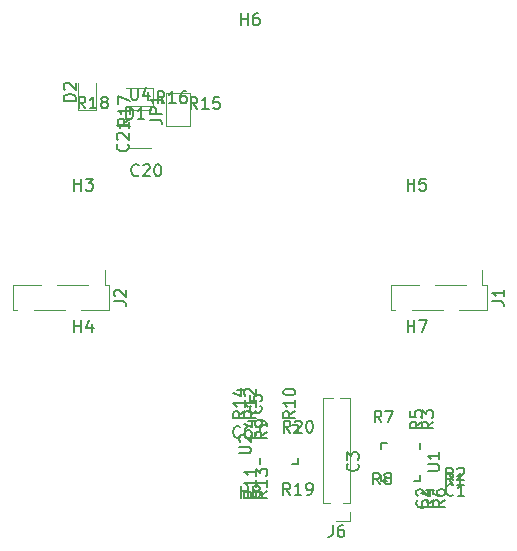
<source format=gbr>
G04 #@! TF.GenerationSoftware,KiCad,Pcbnew,5.1.5-52549c5~84~ubuntu18.04.1*
G04 #@! TF.CreationDate,2019-12-03T21:09:54-05:00*
G04 #@! TF.ProjectId,SwarmBot,53776172-6d42-46f7-942e-6b696361645f,rev?*
G04 #@! TF.SameCoordinates,Original*
G04 #@! TF.FileFunction,Legend,Top*
G04 #@! TF.FilePolarity,Positive*
%FSLAX46Y46*%
G04 Gerber Fmt 4.6, Leading zero omitted, Abs format (unit mm)*
G04 Created by KiCad (PCBNEW 5.1.5-52549c5~84~ubuntu18.04.1) date 2019-12-03 21:09:54*
%MOMM*%
%LPD*%
G04 APERTURE LIST*
%ADD10C,0.120000*%
%ADD11C,0.150000*%
G04 APERTURE END LIST*
D10*
X14315000Y1060000D02*
X11940000Y1060000D01*
X18315000Y1060000D02*
X15685000Y1060000D01*
X16315000Y-1060000D02*
X13685000Y-1060000D01*
X12315000Y-1060000D02*
X11940000Y-1060000D01*
X20060000Y1060000D02*
X19685000Y1060000D01*
X19685000Y1060000D02*
X19685000Y2290000D01*
X20060000Y-1060000D02*
X17685000Y-1060000D01*
X11940000Y1060000D02*
X11940000Y-1060000D01*
X20060000Y1060000D02*
X20060000Y-1060000D01*
X-17685000Y1060000D02*
X-20060000Y1060000D01*
X-13685000Y1060000D02*
X-16315000Y1060000D01*
X-15685000Y-1060000D02*
X-18315000Y-1060000D01*
X-19685000Y-1060000D02*
X-20060000Y-1060000D01*
X-11940000Y1060000D02*
X-12315000Y1060000D01*
X-12315000Y1060000D02*
X-12315000Y2290000D01*
X-11940000Y-1060000D02*
X-14315000Y-1060000D01*
X-20060000Y1060000D02*
X-20060000Y-1060000D01*
X-11940000Y1060000D02*
X-11940000Y-1060000D01*
D11*
X844160Y-10821120D02*
X844160Y-11321120D01*
X4094160Y-10821120D02*
X4094160Y-11321120D01*
X4094160Y-14071120D02*
X4094160Y-13571120D01*
X844160Y-14071120D02*
X844160Y-13571120D01*
X4094160Y-10821120D02*
X3594160Y-10821120D01*
X4094160Y-14071120D02*
X3594160Y-14071120D01*
X844160Y-10821120D02*
X1344160Y-10821120D01*
X14359880Y-15560360D02*
X14359880Y-15060360D01*
X11109880Y-15560360D02*
X11109880Y-15060360D01*
X11109880Y-12310360D02*
X11109880Y-12810360D01*
X14359880Y-12310360D02*
X14359880Y-12810360D01*
X11109880Y-15560360D02*
X11609880Y-15560360D01*
X11109880Y-12310360D02*
X11609880Y-12310360D01*
X14359880Y-15560360D02*
X13859880Y-15560360D01*
D10*
X-8407000Y15907700D02*
X-10857000Y15907700D01*
X-10207000Y12687700D02*
X-8407000Y12687700D01*
X-7114400Y14472700D02*
X-7114400Y17272700D01*
X-7114400Y17272700D02*
X-5114400Y17272700D01*
X-5114400Y17272700D02*
X-5114400Y14472700D01*
X-5114400Y14472700D02*
X-7114400Y14472700D01*
X-13050200Y15901300D02*
X-13050200Y18186300D01*
X-14520200Y15901300D02*
X-13050200Y15901300D01*
X-14520200Y18186300D02*
X-14520200Y15901300D01*
X-8236200Y17702200D02*
X-10521200Y17702200D01*
X-8236200Y16232200D02*
X-8236200Y17702200D01*
X-10521200Y16232200D02*
X-8236200Y16232200D01*
X8432200Y-18895600D02*
X7322200Y-18895600D01*
X8432200Y-18135600D02*
X8432200Y-18895600D01*
X6758729Y-17375600D02*
X6212200Y-17375600D01*
X8432200Y-17375600D02*
X7885671Y-17375600D01*
X6212200Y-17375600D02*
X6212200Y-8550600D01*
X8432200Y-17375600D02*
X8432200Y-8550600D01*
X7014670Y-8550600D02*
X6212200Y-8550600D01*
X8432200Y-8550600D02*
X7629730Y-8550600D01*
D11*
X20512380Y-333333D02*
X21226666Y-333333D01*
X21369523Y-380952D01*
X21464761Y-476190D01*
X21512380Y-619047D01*
X21512380Y-714285D01*
X21512380Y666666D02*
X21512380Y95238D01*
X21512380Y380952D02*
X20512380Y380952D01*
X20655238Y285714D01*
X20750476Y190476D01*
X20798095Y95238D01*
X-11487619Y-333333D02*
X-10773333Y-333333D01*
X-10630476Y-380952D01*
X-10535238Y-476190D01*
X-10487619Y-619047D01*
X-10487619Y-714285D01*
X-11392380Y95238D02*
X-11440000Y142857D01*
X-11487619Y238095D01*
X-11487619Y476190D01*
X-11440000Y571428D01*
X-11392380Y619047D01*
X-11297142Y666666D01*
X-11201904Y666666D01*
X-11059047Y619047D01*
X-10487619Y47619D01*
X-10487619Y666666D01*
X-928459Y-13208024D02*
X-118935Y-13208024D01*
X-23697Y-13160405D01*
X23921Y-13112786D01*
X71540Y-13017548D01*
X71540Y-12827072D01*
X23921Y-12731834D01*
X-23697Y-12684215D01*
X-118935Y-12636596D01*
X-928459Y-12636596D01*
X-833220Y-12208024D02*
X-880840Y-12160405D01*
X-928459Y-12065167D01*
X-928459Y-11827072D01*
X-880840Y-11731834D01*
X-833220Y-11684215D01*
X-737982Y-11636596D01*
X-642744Y-11636596D01*
X-499887Y-11684215D01*
X71540Y-12255643D01*
X71540Y-11636596D01*
X15037260Y-14697264D02*
X15846784Y-14697264D01*
X15942022Y-14649645D01*
X15989641Y-14602026D01*
X16037260Y-14506788D01*
X16037260Y-14316312D01*
X15989641Y-14221074D01*
X15942022Y-14173455D01*
X15846784Y-14125836D01*
X15037260Y-14125836D01*
X16037260Y-13125836D02*
X16037260Y-13697264D01*
X16037260Y-13411550D02*
X15037260Y-13411550D01*
X15180118Y-13506788D01*
X15275356Y-13602026D01*
X15322975Y-13697264D01*
X3422142Y-11442380D02*
X3088809Y-10966190D01*
X2850714Y-11442380D02*
X2850714Y-10442380D01*
X3231666Y-10442380D01*
X3326904Y-10490000D01*
X3374523Y-10537619D01*
X3422142Y-10632857D01*
X3422142Y-10775714D01*
X3374523Y-10870952D01*
X3326904Y-10918571D01*
X3231666Y-10966190D01*
X2850714Y-10966190D01*
X3803095Y-10537619D02*
X3850714Y-10490000D01*
X3945952Y-10442380D01*
X4184047Y-10442380D01*
X4279285Y-10490000D01*
X4326904Y-10537619D01*
X4374523Y-10632857D01*
X4374523Y-10728095D01*
X4326904Y-10870952D01*
X3755476Y-11442380D01*
X4374523Y-11442380D01*
X4993571Y-10442380D02*
X5088809Y-10442380D01*
X5184047Y-10490000D01*
X5231666Y-10537619D01*
X5279285Y-10632857D01*
X5326904Y-10823333D01*
X5326904Y-11061428D01*
X5279285Y-11251904D01*
X5231666Y-11347142D01*
X5184047Y-11394761D01*
X5088809Y-11442380D01*
X4993571Y-11442380D01*
X4898333Y-11394761D01*
X4850714Y-11347142D01*
X4803095Y-11251904D01*
X4755476Y-11061428D01*
X4755476Y-10823333D01*
X4803095Y-10632857D01*
X4850714Y-10537619D01*
X4898333Y-10490000D01*
X4993571Y-10442380D01*
X3407142Y-16712380D02*
X3073809Y-16236190D01*
X2835714Y-16712380D02*
X2835714Y-15712380D01*
X3216666Y-15712380D01*
X3311904Y-15760000D01*
X3359523Y-15807619D01*
X3407142Y-15902857D01*
X3407142Y-16045714D01*
X3359523Y-16140952D01*
X3311904Y-16188571D01*
X3216666Y-16236190D01*
X2835714Y-16236190D01*
X4359523Y-16712380D02*
X3788095Y-16712380D01*
X4073809Y-16712380D02*
X4073809Y-15712380D01*
X3978571Y-15855238D01*
X3883333Y-15950476D01*
X3788095Y-15998095D01*
X4835714Y-16712380D02*
X5026190Y-16712380D01*
X5121428Y-16664761D01*
X5169047Y-16617142D01*
X5264285Y-16474285D01*
X5311904Y-16283809D01*
X5311904Y-15902857D01*
X5264285Y-15807619D01*
X5216666Y-15760000D01*
X5121428Y-15712380D01*
X4930952Y-15712380D01*
X4835714Y-15760000D01*
X4788095Y-15807619D01*
X4740476Y-15902857D01*
X4740476Y-16140952D01*
X4788095Y-16236190D01*
X4835714Y-16283809D01*
X4930952Y-16331428D01*
X5121428Y-16331428D01*
X5216666Y-16283809D01*
X5264285Y-16236190D01*
X5311904Y-16140952D01*
X-417619Y-9647857D02*
X-893809Y-9981190D01*
X-417619Y-10219285D02*
X-1417619Y-10219285D01*
X-1417619Y-9838333D01*
X-1370000Y-9743095D01*
X-1322380Y-9695476D01*
X-1227142Y-9647857D01*
X-1084285Y-9647857D01*
X-989047Y-9695476D01*
X-941428Y-9743095D01*
X-893809Y-9838333D01*
X-893809Y-10219285D01*
X-417619Y-8695476D02*
X-417619Y-9266904D01*
X-417619Y-8981190D02*
X-1417619Y-8981190D01*
X-1274761Y-9076428D01*
X-1179523Y-9171666D01*
X-1131904Y-9266904D01*
X-1084285Y-7838333D02*
X-417619Y-7838333D01*
X-1465238Y-8076428D02*
X-750952Y-8314523D01*
X-750952Y-7695476D01*
X1471720Y-16405657D02*
X995530Y-16738990D01*
X1471720Y-16977085D02*
X471720Y-16977085D01*
X471720Y-16596133D01*
X519339Y-16500895D01*
X566959Y-16453276D01*
X662197Y-16405657D01*
X805054Y-16405657D01*
X900292Y-16453276D01*
X947911Y-16500895D01*
X995530Y-16596133D01*
X995530Y-16977085D01*
X1471720Y-15453276D02*
X1471720Y-16024704D01*
X1471720Y-15738990D02*
X471720Y-15738990D01*
X614578Y-15834228D01*
X709816Y-15929466D01*
X757435Y-16024704D01*
X471720Y-15119942D02*
X471720Y-14500895D01*
X852673Y-14834228D01*
X852673Y-14691371D01*
X900292Y-14596133D01*
X947911Y-14548514D01*
X1043149Y-14500895D01*
X1281244Y-14500895D01*
X1376482Y-14548514D01*
X1424101Y-14596133D01*
X1471720Y-14691371D01*
X1471720Y-14977085D01*
X1424101Y-15072323D01*
X1376482Y-15119942D01*
X522380Y-9642857D02*
X46190Y-9976190D01*
X522380Y-10214285D02*
X-477619Y-10214285D01*
X-477619Y-9833333D01*
X-430000Y-9738095D01*
X-382380Y-9690476D01*
X-287142Y-9642857D01*
X-144285Y-9642857D01*
X-49047Y-9690476D01*
X-1428Y-9738095D01*
X46190Y-9833333D01*
X46190Y-10214285D01*
X522380Y-8690476D02*
X522380Y-9261904D01*
X522380Y-8976190D02*
X-477619Y-8976190D01*
X-334761Y-9071428D01*
X-239523Y-9166666D01*
X-191904Y-9261904D01*
X-382380Y-8309523D02*
X-429999Y-8261904D01*
X-477619Y-8166666D01*
X-477619Y-7928571D01*
X-429999Y-7833333D01*
X-382380Y-7785714D01*
X-287142Y-7738095D01*
X-191904Y-7738095D01*
X-49047Y-7785714D01*
X522380Y-8357142D01*
X522380Y-7738095D01*
X532380Y-16397857D02*
X56190Y-16731190D01*
X532380Y-16969285D02*
X-467619Y-16969285D01*
X-467619Y-16588333D01*
X-420000Y-16493095D01*
X-372380Y-16445476D01*
X-277142Y-16397857D01*
X-134285Y-16397857D01*
X-39047Y-16445476D01*
X8571Y-16493095D01*
X56190Y-16588333D01*
X56190Y-16969285D01*
X532380Y-15445476D02*
X532380Y-16016904D01*
X532380Y-15731190D02*
X-467619Y-15731190D01*
X-324761Y-15826428D01*
X-229523Y-15921666D01*
X-181904Y-16016904D01*
X532380Y-14493095D02*
X532380Y-15064523D01*
X532380Y-14778809D02*
X-467619Y-14778809D01*
X-324761Y-14874047D01*
X-229523Y-14969285D01*
X-181904Y-15064523D01*
X3822380Y-9637857D02*
X3346190Y-9971190D01*
X3822380Y-10209285D02*
X2822380Y-10209285D01*
X2822380Y-9828333D01*
X2870000Y-9733095D01*
X2917619Y-9685476D01*
X3012857Y-9637857D01*
X3155714Y-9637857D01*
X3250952Y-9685476D01*
X3298571Y-9733095D01*
X3346190Y-9828333D01*
X3346190Y-10209285D01*
X3822380Y-8685476D02*
X3822380Y-9256904D01*
X3822380Y-8971190D02*
X2822380Y-8971190D01*
X2965238Y-9066428D01*
X3060476Y-9161666D01*
X3108095Y-9256904D01*
X2822380Y-8066428D02*
X2822380Y-7971190D01*
X2870000Y-7875952D01*
X2917619Y-7828333D01*
X3012857Y-7780714D01*
X3203333Y-7733095D01*
X3441428Y-7733095D01*
X3631904Y-7780714D01*
X3727142Y-7828333D01*
X3774761Y-7875952D01*
X3822380Y-7971190D01*
X3822380Y-8066428D01*
X3774761Y-8161666D01*
X3727142Y-8209285D01*
X3631904Y-8256904D01*
X3441428Y-8304523D01*
X3203333Y-8304523D01*
X3012857Y-8256904D01*
X2917619Y-8209285D01*
X2870000Y-8161666D01*
X2822380Y-8066428D01*
X1442380Y-11361666D02*
X966190Y-11695000D01*
X1442380Y-11933095D02*
X442380Y-11933095D01*
X442380Y-11552142D01*
X490000Y-11456904D01*
X537619Y-11409285D01*
X632857Y-11361666D01*
X775714Y-11361666D01*
X870952Y-11409285D01*
X918571Y-11456904D01*
X966190Y-11552142D01*
X966190Y-11933095D01*
X1442380Y-10885476D02*
X1442380Y-10695000D01*
X1394761Y-10599761D01*
X1347142Y-10552142D01*
X1204285Y-10456904D01*
X1013809Y-10409285D01*
X632857Y-10409285D01*
X537619Y-10456904D01*
X490000Y-10504523D01*
X442380Y-10599761D01*
X442380Y-10790238D01*
X490000Y-10885476D01*
X537619Y-10933095D01*
X632857Y-10980714D01*
X870952Y-10980714D01*
X966190Y-10933095D01*
X1013809Y-10885476D01*
X1061428Y-10790238D01*
X1061428Y-10599761D01*
X1013809Y-10504523D01*
X966190Y-10456904D01*
X870952Y-10409285D01*
X11001573Y-15838100D02*
X10668240Y-15361910D01*
X10430144Y-15838100D02*
X10430144Y-14838100D01*
X10811097Y-14838100D01*
X10906335Y-14885720D01*
X10953954Y-14933339D01*
X11001573Y-15028577D01*
X11001573Y-15171434D01*
X10953954Y-15266672D01*
X10906335Y-15314291D01*
X10811097Y-15361910D01*
X10430144Y-15361910D01*
X11573001Y-15266672D02*
X11477763Y-15219053D01*
X11430144Y-15171434D01*
X11382525Y-15076196D01*
X11382525Y-15028577D01*
X11430144Y-14933339D01*
X11477763Y-14885720D01*
X11573001Y-14838100D01*
X11763478Y-14838100D01*
X11858716Y-14885720D01*
X11906335Y-14933339D01*
X11953954Y-15028577D01*
X11953954Y-15076196D01*
X11906335Y-15171434D01*
X11858716Y-15219053D01*
X11763478Y-15266672D01*
X11573001Y-15266672D01*
X11477763Y-15314291D01*
X11430144Y-15361910D01*
X11382525Y-15457148D01*
X11382525Y-15647624D01*
X11430144Y-15742862D01*
X11477763Y-15790481D01*
X11573001Y-15838100D01*
X11763478Y-15838100D01*
X11858716Y-15790481D01*
X11906335Y-15742862D01*
X11953954Y-15647624D01*
X11953954Y-15457148D01*
X11906335Y-15361910D01*
X11858716Y-15314291D01*
X11763478Y-15266672D01*
X11133933Y-10590460D02*
X10800600Y-10114270D01*
X10562504Y-10590460D02*
X10562504Y-9590460D01*
X10943457Y-9590460D01*
X11038695Y-9638080D01*
X11086314Y-9685699D01*
X11133933Y-9780937D01*
X11133933Y-9923794D01*
X11086314Y-10019032D01*
X11038695Y-10066651D01*
X10943457Y-10114270D01*
X10562504Y-10114270D01*
X11467266Y-9590460D02*
X12133933Y-9590460D01*
X11705361Y-10590460D01*
X16491540Y-17191426D02*
X16015350Y-17524760D01*
X16491540Y-17762855D02*
X15491540Y-17762855D01*
X15491540Y-17381902D01*
X15539160Y-17286664D01*
X15586779Y-17239045D01*
X15682017Y-17191426D01*
X15824874Y-17191426D01*
X15920112Y-17239045D01*
X15967731Y-17286664D01*
X16015350Y-17381902D01*
X16015350Y-17762855D01*
X15491540Y-16334283D02*
X15491540Y-16524760D01*
X15539160Y-16619998D01*
X15586779Y-16667617D01*
X15729636Y-16762855D01*
X15920112Y-16810474D01*
X16301064Y-16810474D01*
X16396302Y-16762855D01*
X16443921Y-16715236D01*
X16491540Y-16619998D01*
X16491540Y-16429521D01*
X16443921Y-16334283D01*
X16396302Y-16286664D01*
X16301064Y-16239045D01*
X16062969Y-16239045D01*
X15967731Y-16286664D01*
X15920112Y-16334283D01*
X15872493Y-16429521D01*
X15872493Y-16619998D01*
X15920112Y-16715236D01*
X15967731Y-16762855D01*
X16062969Y-16810474D01*
X14561140Y-10511946D02*
X14084950Y-10845280D01*
X14561140Y-11083375D02*
X13561140Y-11083375D01*
X13561140Y-10702422D01*
X13608760Y-10607184D01*
X13656379Y-10559565D01*
X13751617Y-10511946D01*
X13894474Y-10511946D01*
X13989712Y-10559565D01*
X14037331Y-10607184D01*
X14084950Y-10702422D01*
X14084950Y-11083375D01*
X13561140Y-9607184D02*
X13561140Y-10083375D01*
X14037331Y-10130994D01*
X13989712Y-10083375D01*
X13942093Y-9988137D01*
X13942093Y-9750041D01*
X13989712Y-9654803D01*
X14037331Y-9607184D01*
X14132569Y-9559565D01*
X14370664Y-9559565D01*
X14465902Y-9607184D01*
X14513521Y-9654803D01*
X14561140Y-9750041D01*
X14561140Y-9988137D01*
X14513521Y-10083375D01*
X14465902Y-10130994D01*
X15546660Y-17192426D02*
X15070470Y-17525760D01*
X15546660Y-17763855D02*
X14546660Y-17763855D01*
X14546660Y-17382902D01*
X14594280Y-17287664D01*
X14641899Y-17240045D01*
X14737137Y-17192426D01*
X14879994Y-17192426D01*
X14975232Y-17240045D01*
X15022851Y-17287664D01*
X15070470Y-17382902D01*
X15070470Y-17763855D01*
X14879994Y-16335283D02*
X15546660Y-16335283D01*
X14499041Y-16573379D02*
X15213327Y-16811474D01*
X15213327Y-16192426D01*
X15526340Y-10511946D02*
X15050150Y-10845280D01*
X15526340Y-11083375D02*
X14526340Y-11083375D01*
X14526340Y-10702422D01*
X14573960Y-10607184D01*
X14621579Y-10559565D01*
X14716817Y-10511946D01*
X14859674Y-10511946D01*
X14954912Y-10559565D01*
X15002531Y-10607184D01*
X15050150Y-10702422D01*
X15050150Y-11083375D01*
X14526340Y-10178613D02*
X14526340Y-9559565D01*
X14907293Y-9892899D01*
X14907293Y-9750041D01*
X14954912Y-9654803D01*
X15002531Y-9607184D01*
X15097769Y-9559565D01*
X15335864Y-9559565D01*
X15431102Y-9607184D01*
X15478721Y-9654803D01*
X15526340Y-9750041D01*
X15526340Y-10035756D01*
X15478721Y-10130994D01*
X15431102Y-10178613D01*
X17178853Y-15421540D02*
X16845520Y-14945350D01*
X16607424Y-15421540D02*
X16607424Y-14421540D01*
X16988377Y-14421540D01*
X17083615Y-14469160D01*
X17131234Y-14516779D01*
X17178853Y-14612017D01*
X17178853Y-14754874D01*
X17131234Y-14850112D01*
X17083615Y-14897731D01*
X16988377Y-14945350D01*
X16607424Y-14945350D01*
X17559805Y-14516779D02*
X17607424Y-14469160D01*
X17702662Y-14421540D01*
X17940758Y-14421540D01*
X18035996Y-14469160D01*
X18083615Y-14516779D01*
X18131234Y-14612017D01*
X18131234Y-14707255D01*
X18083615Y-14850112D01*
X17512186Y-15421540D01*
X18131234Y-15421540D01*
X17153733Y-15866700D02*
X16820400Y-15390510D01*
X16582304Y-15866700D02*
X16582304Y-14866700D01*
X16963257Y-14866700D01*
X17058495Y-14914320D01*
X17106114Y-14961939D01*
X17153733Y-15057177D01*
X17153733Y-15200034D01*
X17106114Y-15295272D01*
X17058495Y-15342891D01*
X16963257Y-15390510D01*
X16582304Y-15390510D01*
X18106114Y-15866700D02*
X17534685Y-15866700D01*
X17820400Y-15866700D02*
X17820400Y-14866700D01*
X17725161Y-15009558D01*
X17629923Y-15104796D01*
X17534685Y-15152415D01*
X-806666Y-11787142D02*
X-854285Y-11834761D01*
X-997142Y-11882380D01*
X-1092380Y-11882380D01*
X-1235238Y-11834761D01*
X-1330476Y-11739523D01*
X-1378095Y-11644285D01*
X-1425714Y-11453809D01*
X-1425714Y-11310952D01*
X-1378095Y-11120476D01*
X-1330476Y-11025238D01*
X-1235238Y-10930000D01*
X-1092380Y-10882380D01*
X-997142Y-10882380D01*
X-854285Y-10930000D01*
X-806666Y-10977619D01*
X50476Y-10882380D02*
X-140000Y-10882380D01*
X-235238Y-10930000D01*
X-282857Y-10977619D01*
X-378095Y-11120476D01*
X-425714Y-11310952D01*
X-425714Y-11691904D01*
X-378095Y-11787142D01*
X-330476Y-11834761D01*
X-235238Y-11882380D01*
X-44761Y-11882380D01*
X50476Y-11834761D01*
X98095Y-11787142D01*
X145714Y-11691904D01*
X145714Y-11453809D01*
X98095Y-11358571D01*
X50476Y-11310952D01*
X-44761Y-11263333D01*
X-235238Y-11263333D01*
X-330476Y-11310952D01*
X-378095Y-11358571D01*
X-425714Y-11453809D01*
X887142Y-9176666D02*
X934761Y-9224285D01*
X982380Y-9367142D01*
X982380Y-9462380D01*
X934761Y-9605238D01*
X839523Y-9700476D01*
X744285Y-9748095D01*
X553809Y-9795714D01*
X410952Y-9795714D01*
X220476Y-9748095D01*
X125238Y-9700476D01*
X29999Y-9605238D01*
X-17619Y-9462380D01*
X-17619Y-9367142D01*
X30000Y-9224285D01*
X77619Y-9176666D01*
X-17619Y-8271904D02*
X-17619Y-8748095D01*
X458571Y-8795714D01*
X410952Y-8748095D01*
X363333Y-8652857D01*
X363333Y-8414761D01*
X410952Y-8319523D01*
X458571Y-8271904D01*
X553809Y-8224285D01*
X791904Y-8224285D01*
X887142Y-8271904D01*
X934761Y-8319523D01*
X982380Y-8414761D01*
X982380Y-8652857D01*
X934761Y-8748095D01*
X887142Y-8795714D01*
X407142Y-11361666D02*
X454761Y-11409285D01*
X502380Y-11552142D01*
X502380Y-11647380D01*
X454761Y-11790238D01*
X359523Y-11885476D01*
X264285Y-11933095D01*
X73809Y-11980714D01*
X-69047Y-11980714D01*
X-259523Y-11933095D01*
X-354761Y-11885476D01*
X-450000Y-11790238D01*
X-497619Y-11647380D01*
X-497619Y-11552142D01*
X-450000Y-11409285D01*
X-402380Y-11361666D01*
X-164285Y-10504523D02*
X502380Y-10504523D01*
X-545238Y-10742619D02*
X169047Y-10980714D01*
X169047Y-10361666D01*
X9108382Y-14083186D02*
X9156001Y-14130805D01*
X9203620Y-14273662D01*
X9203620Y-14368900D01*
X9156001Y-14511758D01*
X9060763Y-14606996D01*
X8965525Y-14654615D01*
X8775049Y-14702234D01*
X8632192Y-14702234D01*
X8441716Y-14654615D01*
X8346478Y-14606996D01*
X8251240Y-14511758D01*
X8203620Y-14368900D01*
X8203620Y-14273662D01*
X8251240Y-14130805D01*
X8298859Y-14083186D01*
X8203620Y-13749853D02*
X8203620Y-13130805D01*
X8584573Y-13464139D01*
X8584573Y-13321281D01*
X8632192Y-13226043D01*
X8679811Y-13178424D01*
X8775049Y-13130805D01*
X9013144Y-13130805D01*
X9108382Y-13178424D01*
X9156001Y-13226043D01*
X9203620Y-13321281D01*
X9203620Y-13606996D01*
X9156001Y-13702234D01*
X9108382Y-13749853D01*
X15001182Y-17187066D02*
X15048801Y-17234685D01*
X15096420Y-17377542D01*
X15096420Y-17472780D01*
X15048801Y-17615638D01*
X14953563Y-17710876D01*
X14858325Y-17758495D01*
X14667849Y-17806114D01*
X14524992Y-17806114D01*
X14334516Y-17758495D01*
X14239278Y-17710876D01*
X14144040Y-17615638D01*
X14096420Y-17472780D01*
X14096420Y-17377542D01*
X14144040Y-17234685D01*
X14191659Y-17187066D01*
X14191659Y-16806114D02*
X14144040Y-16758495D01*
X14096420Y-16663257D01*
X14096420Y-16425161D01*
X14144040Y-16329923D01*
X14191659Y-16282304D01*
X14286897Y-16234685D01*
X14382135Y-16234685D01*
X14524992Y-16282304D01*
X15096420Y-16853733D01*
X15096420Y-16234685D01*
X17194093Y-16716342D02*
X17146474Y-16763961D01*
X17003617Y-16811580D01*
X16908379Y-16811580D01*
X16765521Y-16763961D01*
X16670283Y-16668723D01*
X16622664Y-16573485D01*
X16575045Y-16383009D01*
X16575045Y-16240152D01*
X16622664Y-16049676D01*
X16670283Y-15954438D01*
X16765521Y-15859200D01*
X16908379Y-15811580D01*
X17003617Y-15811580D01*
X17146474Y-15859200D01*
X17194093Y-15906819D01*
X18146474Y-16811580D02*
X17575045Y-16811580D01*
X17860760Y-16811580D02*
X17860760Y-15811580D01*
X17765521Y-15954438D01*
X17670283Y-16049676D01*
X17575045Y-16097295D01*
X-10068904Y17745319D02*
X-10068904Y16935795D01*
X-10021285Y16840557D01*
X-9973666Y16792938D01*
X-9878428Y16745319D01*
X-9687952Y16745319D01*
X-9592714Y16792938D01*
X-9545095Y16840557D01*
X-9497476Y16935795D01*
X-9497476Y17745319D01*
X-8592714Y17411985D02*
X-8592714Y16745319D01*
X-8830809Y17792938D02*
X-9068904Y17078652D01*
X-8449857Y17078652D01*
X-13945457Y15995719D02*
X-14278790Y16471909D01*
X-14516885Y15995719D02*
X-14516885Y16995719D01*
X-14135933Y16995719D01*
X-14040695Y16948100D01*
X-13993076Y16900480D01*
X-13945457Y16805242D01*
X-13945457Y16662385D01*
X-13993076Y16567147D01*
X-14040695Y16519528D01*
X-14135933Y16471909D01*
X-14516885Y16471909D01*
X-12993076Y15995719D02*
X-13564504Y15995719D01*
X-13278790Y15995719D02*
X-13278790Y16995719D01*
X-13374028Y16852861D01*
X-13469266Y16757623D01*
X-13564504Y16710004D01*
X-12421647Y16567147D02*
X-12516885Y16614766D01*
X-12564504Y16662385D01*
X-12612123Y16757623D01*
X-12612123Y16805242D01*
X-12564504Y16900480D01*
X-12516885Y16948100D01*
X-12421647Y16995719D01*
X-12231171Y16995719D01*
X-12135933Y16948100D01*
X-12088314Y16900480D01*
X-12040695Y16805242D01*
X-12040695Y16757623D01*
X-12088314Y16662385D01*
X-12135933Y16614766D01*
X-12231171Y16567147D01*
X-12421647Y16567147D01*
X-12516885Y16519528D01*
X-12564504Y16471909D01*
X-12612123Y16376671D01*
X-12612123Y16186195D01*
X-12564504Y16090957D01*
X-12516885Y16043338D01*
X-12421647Y15995719D01*
X-12231171Y15995719D01*
X-12135933Y16043338D01*
X-12088314Y16090957D01*
X-12040695Y16186195D01*
X-12040695Y16376671D01*
X-12088314Y16471909D01*
X-12135933Y16519528D01*
X-12231171Y16567147D01*
X-10181619Y15115442D02*
X-10657809Y14782109D01*
X-10181619Y14544014D02*
X-11181619Y14544014D01*
X-11181619Y14924966D01*
X-11134000Y15020204D01*
X-11086380Y15067823D01*
X-10991142Y15115442D01*
X-10848285Y15115442D01*
X-10753047Y15067823D01*
X-10705428Y15020204D01*
X-10657809Y14924966D01*
X-10657809Y14544014D01*
X-10181619Y16067823D02*
X-10181619Y15496395D01*
X-10181619Y15782109D02*
X-11181619Y15782109D01*
X-11038761Y15686871D01*
X-10943523Y15591633D01*
X-10895904Y15496395D01*
X-11181619Y16401157D02*
X-11181619Y17067823D01*
X-10181619Y16639252D01*
X-7239857Y16449719D02*
X-7573190Y16925909D01*
X-7811285Y16449719D02*
X-7811285Y17449719D01*
X-7430333Y17449719D01*
X-7335095Y17402100D01*
X-7287476Y17354480D01*
X-7239857Y17259242D01*
X-7239857Y17116385D01*
X-7287476Y17021147D01*
X-7335095Y16973528D01*
X-7430333Y16925909D01*
X-7811285Y16925909D01*
X-6287476Y16449719D02*
X-6858904Y16449719D01*
X-6573190Y16449719D02*
X-6573190Y17449719D01*
X-6668428Y17306861D01*
X-6763666Y17211623D01*
X-6858904Y17164004D01*
X-5430333Y17449719D02*
X-5620809Y17449719D01*
X-5716047Y17402100D01*
X-5763666Y17354480D01*
X-5858904Y17211623D01*
X-5906523Y17021147D01*
X-5906523Y16640195D01*
X-5858904Y16544957D01*
X-5811285Y16497338D01*
X-5716047Y16449719D01*
X-5525571Y16449719D01*
X-5430333Y16497338D01*
X-5382714Y16544957D01*
X-5335095Y16640195D01*
X-5335095Y16878290D01*
X-5382714Y16973528D01*
X-5430333Y17021147D01*
X-5525571Y17068766D01*
X-5716047Y17068766D01*
X-5811285Y17021147D01*
X-5858904Y16973528D01*
X-5906523Y16878290D01*
X-4458557Y15957619D02*
X-4791890Y16433809D01*
X-5029985Y15957619D02*
X-5029985Y16957619D01*
X-4649033Y16957619D01*
X-4553795Y16910000D01*
X-4506176Y16862380D01*
X-4458557Y16767142D01*
X-4458557Y16624285D01*
X-4506176Y16529047D01*
X-4553795Y16481428D01*
X-4649033Y16433809D01*
X-5029985Y16433809D01*
X-3506176Y15957619D02*
X-4077604Y15957619D01*
X-3791890Y15957619D02*
X-3791890Y16957619D01*
X-3887128Y16814761D01*
X-3982366Y16719523D01*
X-4077604Y16671904D01*
X-2601414Y16957619D02*
X-3077604Y16957619D01*
X-3125223Y16481428D01*
X-3077604Y16529047D01*
X-2982366Y16576666D01*
X-2744271Y16576666D01*
X-2649033Y16529047D01*
X-2601414Y16481428D01*
X-2553795Y16386190D01*
X-2553795Y16148095D01*
X-2601414Y16052857D01*
X-2649033Y16005238D01*
X-2744271Y15957619D01*
X-2982366Y15957619D01*
X-3077604Y16005238D01*
X-3125223Y16052857D01*
X-8462019Y15039366D02*
X-7747733Y15039366D01*
X-7604876Y14991747D01*
X-7509638Y14896509D01*
X-7462019Y14753652D01*
X-7462019Y14658414D01*
X-7462019Y15515557D02*
X-8462019Y15515557D01*
X-8462019Y15896509D01*
X-8414400Y15991747D01*
X-8366780Y16039366D01*
X-8271542Y16086985D01*
X-8128685Y16086985D01*
X-8033447Y16039366D01*
X-7985828Y15991747D01*
X-7938209Y15896509D01*
X-7938209Y15515557D01*
X-7462019Y17039366D02*
X-7462019Y16467938D01*
X-7462019Y16753652D02*
X-8462019Y16753652D01*
X-8319161Y16658414D01*
X-8223923Y16563176D01*
X-8176304Y16467938D01*
X-14762819Y16648204D02*
X-15762819Y16648204D01*
X-15762819Y16886300D01*
X-15715200Y17029157D01*
X-15619961Y17124395D01*
X-15524723Y17172014D01*
X-15334247Y17219633D01*
X-15191390Y17219633D01*
X-15000914Y17172014D01*
X-14905676Y17124395D01*
X-14810438Y17029157D01*
X-14762819Y16886300D01*
X-14762819Y16648204D01*
X-15667580Y17600585D02*
X-15715200Y17648204D01*
X-15762819Y17743442D01*
X-15762819Y17981538D01*
X-15715200Y18076776D01*
X-15667580Y18124395D01*
X-15572342Y18172014D01*
X-15477104Y18172014D01*
X-15334247Y18124395D01*
X-14762819Y17552966D01*
X-14762819Y18172014D01*
X-10459295Y15084819D02*
X-10459295Y16084819D01*
X-10221200Y16084819D01*
X-10078342Y16037200D01*
X-9983104Y15941961D01*
X-9935485Y15846723D01*
X-9887866Y15656247D01*
X-9887866Y15513390D01*
X-9935485Y15322914D01*
X-9983104Y15227676D01*
X-10078342Y15132438D01*
X-10221200Y15084819D01*
X-10459295Y15084819D01*
X-8935485Y15084819D02*
X-9506914Y15084819D01*
X-9221200Y15084819D02*
X-9221200Y16084819D01*
X-9316438Y15941961D01*
X-9411676Y15846723D01*
X-9506914Y15799104D01*
X-10365757Y12984242D02*
X-10318138Y12936623D01*
X-10270519Y12793766D01*
X-10270519Y12698528D01*
X-10318138Y12555671D01*
X-10413376Y12460433D01*
X-10508614Y12412814D01*
X-10699090Y12365195D01*
X-10841947Y12365195D01*
X-11032423Y12412814D01*
X-11127661Y12460433D01*
X-11222900Y12555671D01*
X-11270519Y12698528D01*
X-11270519Y12793766D01*
X-11222900Y12936623D01*
X-11175280Y12984242D01*
X-11175280Y13365195D02*
X-11222900Y13412814D01*
X-11270519Y13508052D01*
X-11270519Y13746147D01*
X-11222900Y13841385D01*
X-11175280Y13889004D01*
X-11080042Y13936623D01*
X-10984804Y13936623D01*
X-10841947Y13889004D01*
X-10270519Y13317576D01*
X-10270519Y13936623D01*
X-10270519Y14889004D02*
X-10270519Y14317576D01*
X-10270519Y14603290D02*
X-11270519Y14603290D01*
X-11127661Y14508052D01*
X-11032423Y14412814D01*
X-10984804Y14317576D01*
X-9424257Y10360057D02*
X-9471876Y10312438D01*
X-9614733Y10264819D01*
X-9709971Y10264819D01*
X-9852828Y10312438D01*
X-9948066Y10407676D01*
X-9995685Y10502914D01*
X-10043304Y10693390D01*
X-10043304Y10836247D01*
X-9995685Y11026723D01*
X-9948066Y11121961D01*
X-9852828Y11217200D01*
X-9709971Y11264819D01*
X-9614733Y11264819D01*
X-9471876Y11217200D01*
X-9424257Y11169580D01*
X-9043304Y11169580D02*
X-8995685Y11217200D01*
X-8900447Y11264819D01*
X-8662352Y11264819D01*
X-8567114Y11217200D01*
X-8519495Y11169580D01*
X-8471876Y11074342D01*
X-8471876Y10979104D01*
X-8519495Y10836247D01*
X-9090923Y10264819D01*
X-8471876Y10264819D01*
X-7852828Y11264819D02*
X-7757590Y11264819D01*
X-7662352Y11217200D01*
X-7614733Y11169580D01*
X-7567114Y11074342D01*
X-7519495Y10883866D01*
X-7519495Y10645771D01*
X-7567114Y10455295D01*
X-7614733Y10360057D01*
X-7662352Y10312438D01*
X-7757590Y10264819D01*
X-7852828Y10264819D01*
X-7948066Y10312438D01*
X-7995685Y10360057D01*
X-8043304Y10455295D01*
X-8090923Y10645771D01*
X-8090923Y10883866D01*
X-8043304Y11074342D01*
X-7995685Y11169580D01*
X-7948066Y11217200D01*
X-7852828Y11264819D01*
X6988866Y-19282980D02*
X6988866Y-19997266D01*
X6941247Y-20140123D01*
X6846009Y-20235361D01*
X6703152Y-20282980D01*
X6607914Y-20282980D01*
X7893628Y-19282980D02*
X7703152Y-19282980D01*
X7607914Y-19330600D01*
X7560295Y-19378219D01*
X7465057Y-19521076D01*
X7417438Y-19711552D01*
X7417438Y-20092504D01*
X7465057Y-20187742D01*
X7512676Y-20235361D01*
X7607914Y-20282980D01*
X7798390Y-20282980D01*
X7893628Y-20235361D01*
X7941247Y-20187742D01*
X7988866Y-20092504D01*
X7988866Y-19854409D01*
X7941247Y-19759171D01*
X7893628Y-19711552D01*
X7798390Y-19663933D01*
X7607914Y-19663933D01*
X7512676Y-19711552D01*
X7465057Y-19759171D01*
X7417438Y-19854409D01*
X-761204Y-16952380D02*
X-761204Y-15952380D01*
X-761204Y-16428571D02*
X-189776Y-16428571D01*
X-189776Y-16952380D02*
X-189776Y-15952380D01*
X429271Y-16380952D02*
X334033Y-16333333D01*
X286414Y-16285714D01*
X238795Y-16190476D01*
X238795Y-16142857D01*
X286414Y-16047619D01*
X334033Y-16000000D01*
X429271Y-15952380D01*
X619747Y-15952380D01*
X714985Y-16000000D01*
X762604Y-16047619D01*
X810223Y-16142857D01*
X810223Y-16190476D01*
X762604Y-16285714D01*
X714985Y-16333333D01*
X619747Y-16380952D01*
X429271Y-16380952D01*
X334033Y-16428571D01*
X286414Y-16476190D01*
X238795Y-16571428D01*
X238795Y-16761904D01*
X286414Y-16857142D01*
X334033Y-16904761D01*
X429271Y-16952380D01*
X619747Y-16952380D01*
X714985Y-16904761D01*
X762604Y-16857142D01*
X810223Y-16761904D01*
X810223Y-16571428D01*
X762604Y-16476190D01*
X714985Y-16428571D01*
X619747Y-16380952D01*
X13338795Y-2952380D02*
X13338795Y-1952380D01*
X13338795Y-2428571D02*
X13910223Y-2428571D01*
X13910223Y-2952380D02*
X13910223Y-1952380D01*
X14291176Y-1952380D02*
X14957842Y-1952380D01*
X14529271Y-2952380D01*
X-761204Y23047619D02*
X-761204Y24047619D01*
X-761204Y23571428D02*
X-189776Y23571428D01*
X-189776Y23047619D02*
X-189776Y24047619D01*
X714985Y24047619D02*
X524509Y24047619D01*
X429271Y24000000D01*
X381652Y23952380D01*
X286414Y23809523D01*
X238795Y23619047D01*
X238795Y23238095D01*
X286414Y23142857D01*
X334033Y23095238D01*
X429271Y23047619D01*
X619747Y23047619D01*
X714985Y23095238D01*
X762604Y23142857D01*
X810223Y23238095D01*
X810223Y23476190D01*
X762604Y23571428D01*
X714985Y23619047D01*
X619747Y23666666D01*
X429271Y23666666D01*
X334033Y23619047D01*
X286414Y23571428D01*
X238795Y23476190D01*
X13338795Y9047619D02*
X13338795Y10047619D01*
X13338795Y9571428D02*
X13910223Y9571428D01*
X13910223Y9047619D02*
X13910223Y10047619D01*
X14862604Y10047619D02*
X14386414Y10047619D01*
X14338795Y9571428D01*
X14386414Y9619047D01*
X14481652Y9666666D01*
X14719747Y9666666D01*
X14814985Y9619047D01*
X14862604Y9571428D01*
X14910223Y9476190D01*
X14910223Y9238095D01*
X14862604Y9142857D01*
X14814985Y9095238D01*
X14719747Y9047619D01*
X14481652Y9047619D01*
X14386414Y9095238D01*
X14338795Y9142857D01*
X-14861204Y-2952380D02*
X-14861204Y-1952380D01*
X-14861204Y-2428571D02*
X-14289776Y-2428571D01*
X-14289776Y-2952380D02*
X-14289776Y-1952380D01*
X-13385014Y-2285714D02*
X-13385014Y-2952380D01*
X-13623109Y-1904761D02*
X-13861204Y-2619047D01*
X-13242157Y-2619047D01*
X-14861204Y9047619D02*
X-14861204Y10047619D01*
X-14861204Y9571428D02*
X-14289776Y9571428D01*
X-14289776Y9047619D02*
X-14289776Y10047619D01*
X-13908823Y10047619D02*
X-13289776Y10047619D01*
X-13623109Y9666666D01*
X-13480252Y9666666D01*
X-13385014Y9619047D01*
X-13337395Y9571428D01*
X-13289776Y9476190D01*
X-13289776Y9238095D01*
X-13337395Y9142857D01*
X-13385014Y9095238D01*
X-13480252Y9047619D01*
X-13765966Y9047619D01*
X-13861204Y9095238D01*
X-13908823Y9142857D01*
M02*

</source>
